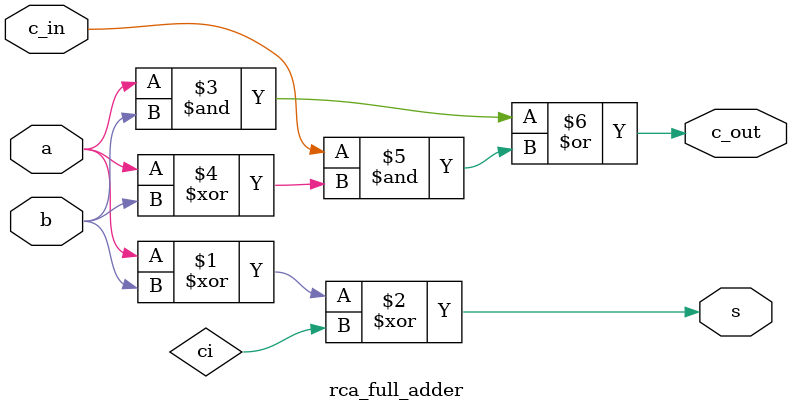
<source format=sv>
module rca_full_adder (
    input logic a,
    input logic b,
    input logic c_in,

    output logic s,
    output logic c_out
);

    assign s = a ^ b ^ ci; 
    assign c_out = a & b | c_in & (a ^ b);

endmodule


</source>
